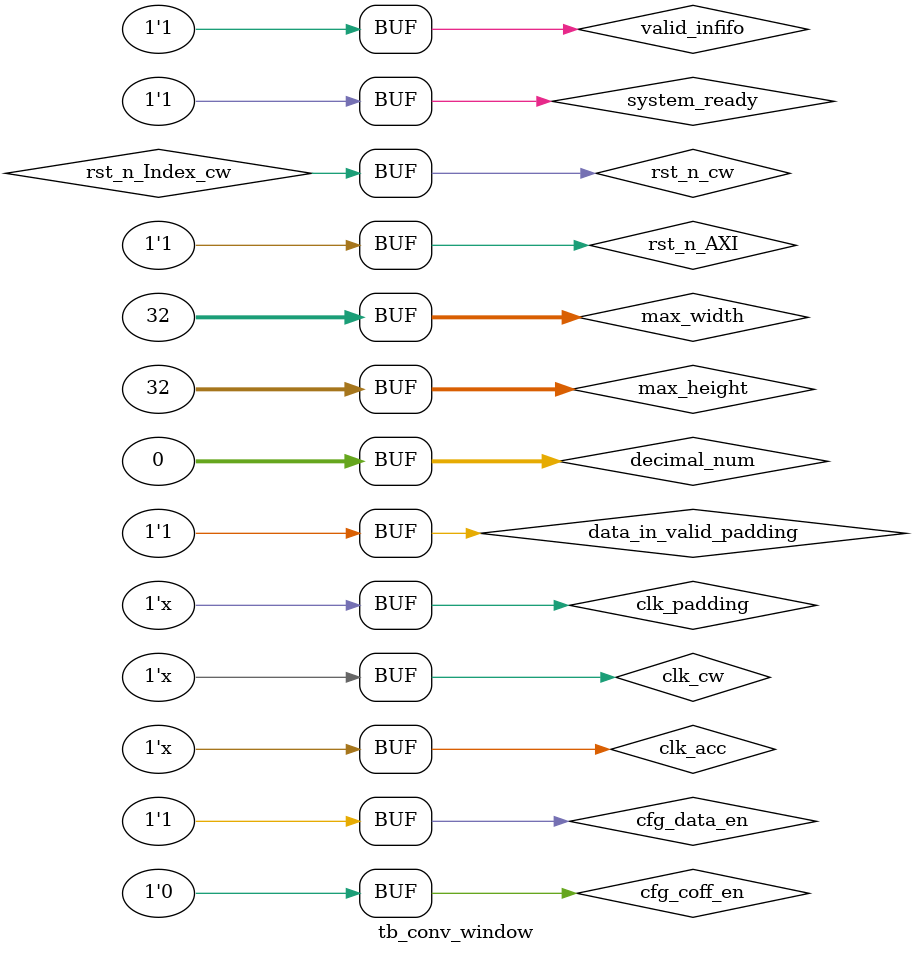
<source format=v>
`timescale 1ns / 1ps


module tb_conv_window(

    );

// clk and rst	
reg clk_acc, system_ready, rst_n_AXI;
always #5 clk_acc = ~clk_acc;

initial begin
	clk_acc = 1;
	max_width = 32;
	max_height = 32;
	decimal_num = 0;
	rst_n_AXI = 1;
end

// data,command signals to generate,receive
reg signed [31:0] dout_infifo_original, dout_infifo;
reg valid_infifo;

integer k;

always@(posedge clk_acc)
if(data_req_padding & data_in_valid_padding)
	dout_infifo_original <= dout_infifo_original + 1;
	
always@(*)
	dout_infifo = dout_infifo_original <<< (decimal_num);
	
initial begin
	system_ready = 0;
	cfg_coff_en = 0;
	cfg_data_en = 0;
	valid_infifo = 0;
	dout_infifo_original = 0;
	
	#105
	system_ready = 1;
	cfg_coff_en = 1;
	
	#100 
	valid_infifo = 1;
	dout_infifo_original = 1;
	#90
	dout_infifo_original = -5;
	#10
	valid_infifo = 0;
	cfg_coff_en = 0;
	dout_infifo_original = -5;
	
	#100
	cfg_data_en = 1;
	#100
	valid_infifo = 1;
	
end

// other signals

reg [31:0] max_width, max_height, decimal_num;
reg cfg_coff_en, cfg_data_en; // Coefficients to be Configured

reg [9:0] cfg_coff_en_r, cfg_data_en_r; //打拍供其他模块使用
reg cfg_coff_en_rise, cfg_data_en_rise;
always@(posedge clk_acc) begin
	cfg_coff_en_r <= {cfg_coff_en_r[8:0], cfg_coff_en};
	cfg_data_en_r <= {cfg_data_en_r[8:0], cfg_data_en};
	cfg_coff_en_rise <= cfg_coff_en & (~cfg_coff_en_r[1]);
	cfg_data_en_rise <= cfg_data_en & (~cfg_data_en_r[1]);
end
	
// Padding SubModule

wire clk_padding = clk_acc;
wire rst_n_Index_padding = ~cfg_data_en_rise;
wire rst_n_padding = rst_n_AXI & system_ready & rst_n_Index_padding; //复位padding的index
wire start_padding = cfg_data_en_r[8]&(~cfg_data_en_r[9]);
wire data_req_padding;
wire [31:0] data_in_padding = dout_infifo;
wire data_in_valid_padding = valid_infifo & cfg_data_en; //只接受图像数据，不接受卷积核系数
wire [31:0] data_out_padding;
wire data_out_valid_padding;

padding padding_inst
(
	.clk(clk_padding),
	.rst_n(rst_n_padding),
	.start(start_padding),
	.data_req(data_req_padding),
	.data_in(data_in_padding),
	.data_in_valid(data_in_valid_padding),
	.max_width(max_width),
	.max_height(max_height),
	.data_out(data_out_padding),
	.data_out_valid(data_out_valid_padding)
);

// Convolution Window SubModule

wire clk_cw = clk_acc;
wire rst_n_Index_cw = ~cfg_data_en_rise;
wire rst_n_cw = rst_n_AXI & system_ready & rst_n_Index_cw;
wire [31:0] data_in_cw = cfg_coff_en ? dout_infifo : data_out_padding;
wire data_in_valid_cw = cfg_coff_en ? valid_infifo : data_out_valid_padding;
wire [31:0] data_out_cw;
wire data_out_valid_cw, complete_cw;

conv_window conv_window_inst
(
	.clk(clk_cw),
	.rst_n(rst_n_cw),
	.data_in(data_in_cw),
	.data_in_valid(data_in_valid_cw),
	.max_width(max_width),
	.max_height(max_height),
	.decimal_num(decimal_num),
	.data_out(data_out_cw),
	.data_out_valid(data_out_valid_cw),
	.cfg_coff_en(cfg_coff_en),
	.complete(complete_cw)
	
);
	
	
	
endmodule

</source>
